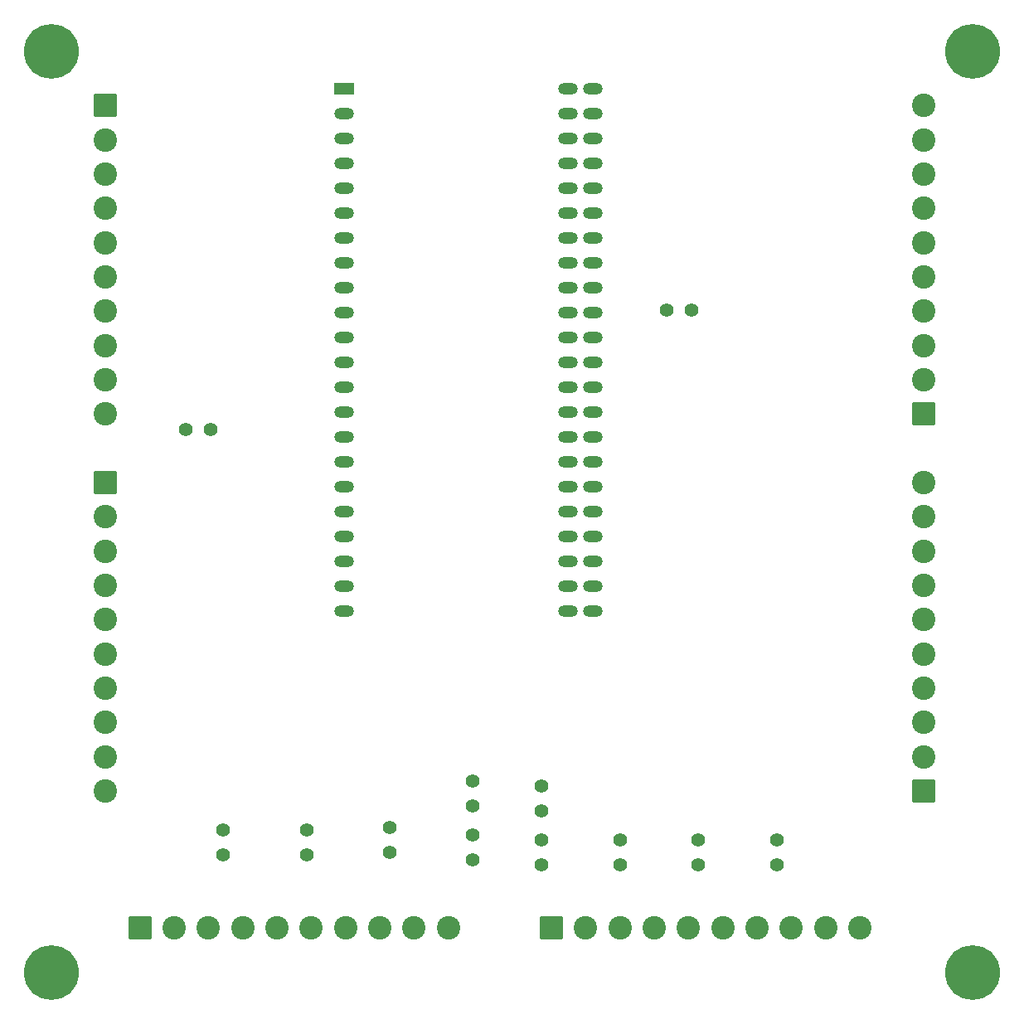
<source format=gbr>
%TF.GenerationSoftware,KiCad,Pcbnew,9.0.3*%
%TF.CreationDate,2025-08-04T15:00:31+02:00*%
%TF.ProjectId,esp-motioncontroller,6573702d-6d6f-4746-996f-6e636f6e7472,1.0.0*%
%TF.SameCoordinates,Original*%
%TF.FileFunction,Soldermask,Bot*%
%TF.FilePolarity,Negative*%
%FSLAX46Y46*%
G04 Gerber Fmt 4.6, Leading zero omitted, Abs format (unit mm)*
G04 Created by KiCad (PCBNEW 9.0.3) date 2025-08-04 15:00:31*
%MOMM*%
%LPD*%
G01*
G04 APERTURE LIST*
G04 Aperture macros list*
%AMRoundRect*
0 Rectangle with rounded corners*
0 $1 Rounding radius*
0 $2 $3 $4 $5 $6 $7 $8 $9 X,Y pos of 4 corners*
0 Add a 4 corners polygon primitive as box body*
4,1,4,$2,$3,$4,$5,$6,$7,$8,$9,$2,$3,0*
0 Add four circle primitives for the rounded corners*
1,1,$1+$1,$2,$3*
1,1,$1+$1,$4,$5*
1,1,$1+$1,$6,$7*
1,1,$1+$1,$8,$9*
0 Add four rect primitives between the rounded corners*
20,1,$1+$1,$2,$3,$4,$5,0*
20,1,$1+$1,$4,$5,$6,$7,0*
20,1,$1+$1,$6,$7,$8,$9,0*
20,1,$1+$1,$8,$9,$2,$3,0*%
G04 Aperture macros list end*
%ADD10C,5.600000*%
%ADD11C,1.400000*%
%ADD12RoundRect,0.250001X-0.949999X0.949999X-0.949999X-0.949999X0.949999X-0.949999X0.949999X0.949999X0*%
%ADD13C,2.400000*%
%ADD14R,2.000000X1.200000*%
%ADD15O,2.000000X1.200000*%
%ADD16RoundRect,0.250001X0.949999X-0.949999X0.949999X0.949999X-0.949999X0.949999X-0.949999X-0.949999X0*%
%ADD17RoundRect,0.250001X-0.949999X-0.949999X0.949999X-0.949999X0.949999X0.949999X-0.949999X0.949999X0*%
%ADD18C,0.350000*%
G04 APERTURE END LIST*
D10*
%TO.C,H3*%
X148000000Y-141000000D03*
%TD*%
D11*
%TO.C,JP7*%
X112000000Y-127460000D03*
X112000000Y-130000000D03*
%TD*%
D12*
%TO.C,J4*%
X59500000Y-91000000D03*
D13*
X59500000Y-94500000D03*
X59500000Y-98000000D03*
X59500000Y-101500000D03*
X59500000Y-105000000D03*
X59500000Y-108500000D03*
X59500000Y-112000000D03*
X59500000Y-115500000D03*
X59500000Y-119000000D03*
X59500000Y-122500000D03*
%TD*%
D11*
%TO.C,JP12*%
X119340000Y-73400000D03*
X116800000Y-73400000D03*
%TD*%
%TO.C,JP8*%
X97000000Y-126950000D03*
X97000000Y-129490000D03*
%TD*%
D14*
%TO.C,U1*%
X83820000Y-50800000D03*
D15*
X83820000Y-53340000D03*
X83820000Y-55880000D03*
X83820000Y-58420000D03*
X83820000Y-60960000D03*
X83820000Y-63500000D03*
X83820000Y-66040000D03*
X83820000Y-68580000D03*
X83820000Y-71120000D03*
X83820000Y-73660000D03*
X83820000Y-76200000D03*
X83820000Y-78740000D03*
X83820000Y-81280000D03*
X83820000Y-83820000D03*
X83820000Y-86360000D03*
X83820000Y-88900000D03*
X83820000Y-91440000D03*
X83820000Y-93980000D03*
X83820000Y-96520000D03*
X83816320Y-99057280D03*
X83816320Y-101597280D03*
X83816320Y-104137280D03*
X106680000Y-104140000D03*
X109220000Y-104140000D03*
X106680000Y-101600000D03*
X109220000Y-101600000D03*
X106680000Y-99060000D03*
X109220000Y-99060000D03*
X106680000Y-96520000D03*
X109220000Y-96520000D03*
X106680000Y-93980000D03*
X109220000Y-93980000D03*
X106680000Y-91440000D03*
X109220000Y-91440000D03*
X106680000Y-88900000D03*
X109220000Y-88900000D03*
X106680000Y-86360000D03*
X109220000Y-86360000D03*
X106680000Y-83820000D03*
X109220000Y-83820000D03*
X106680000Y-81280000D03*
X109220000Y-81280000D03*
X106680000Y-78740000D03*
X109220000Y-78740000D03*
X106680000Y-76200000D03*
X109220000Y-76200000D03*
X106680000Y-73660000D03*
X109220000Y-73660000D03*
X106680000Y-71120000D03*
X109220000Y-71120000D03*
X106680000Y-68580000D03*
X109220000Y-68580000D03*
X106680000Y-66040000D03*
X109220000Y-66040000D03*
X106680000Y-63500000D03*
X109220000Y-63500000D03*
X106680000Y-60960000D03*
X109220000Y-60960000D03*
X106680000Y-58420000D03*
X109220000Y-58420000D03*
X106680000Y-55880000D03*
X109220000Y-55880000D03*
X106680000Y-53340000D03*
X109220000Y-53340000D03*
X106680000Y-50800000D03*
X109220000Y-50800000D03*
%TD*%
D12*
%TO.C,J6*%
X59500000Y-52500000D03*
D13*
X59500000Y-56000000D03*
X59500000Y-59500000D03*
X59500000Y-63000000D03*
X59500000Y-66500000D03*
X59500000Y-70000000D03*
X59500000Y-73500000D03*
X59500000Y-77000000D03*
X59500000Y-80500000D03*
X59500000Y-84000000D03*
%TD*%
D11*
%TO.C,JP5*%
X88500000Y-126250000D03*
X88500000Y-128790000D03*
%TD*%
D10*
%TO.C,H4*%
X54000000Y-141000000D03*
%TD*%
%TO.C,H1*%
X54000000Y-47000000D03*
%TD*%
D11*
%TO.C,JP11*%
X70200000Y-85600000D03*
X67660000Y-85600000D03*
%TD*%
D16*
%TO.C,J8*%
X143000000Y-122500000D03*
D13*
X143000000Y-119000000D03*
X143000000Y-115500000D03*
X143000000Y-112000000D03*
X143000000Y-108500000D03*
X143000000Y-105000000D03*
X143000000Y-101500000D03*
X143000000Y-98000000D03*
X143000000Y-94500000D03*
X143000000Y-91000000D03*
%TD*%
D11*
%TO.C,JP2*%
X104000000Y-122000000D03*
X104000000Y-124540000D03*
%TD*%
%TO.C,JP9*%
X120000000Y-127460000D03*
X120000000Y-130000000D03*
%TD*%
%TO.C,JP10*%
X128000000Y-127460000D03*
X128000000Y-130000000D03*
%TD*%
D10*
%TO.C,H2*%
X148000000Y-47000000D03*
%TD*%
D11*
%TO.C,JP1*%
X97000000Y-121460000D03*
X97000000Y-124000000D03*
%TD*%
D17*
%TO.C,J3*%
X63000000Y-136500000D03*
D13*
X66500000Y-136500000D03*
X70000000Y-136500000D03*
X73500000Y-136500000D03*
X77000000Y-136500000D03*
X80500000Y-136500000D03*
X84000000Y-136500000D03*
X87500000Y-136500000D03*
X91000000Y-136500000D03*
X94500000Y-136500000D03*
%TD*%
D11*
%TO.C,JP4*%
X71500000Y-126500000D03*
X71500000Y-129040000D03*
%TD*%
D17*
%TO.C,J2*%
X105000000Y-136500000D03*
D13*
X108500000Y-136500000D03*
X112000000Y-136500000D03*
X115500000Y-136500000D03*
X119000000Y-136500000D03*
X122500000Y-136500000D03*
X126000000Y-136500000D03*
X129500000Y-136500000D03*
X133000000Y-136500000D03*
X136500000Y-136500000D03*
%TD*%
D16*
%TO.C,J9*%
X143000000Y-84000000D03*
D13*
X143000000Y-80500000D03*
X143000000Y-77000000D03*
X143000000Y-73500000D03*
X143000000Y-70000000D03*
X143000000Y-66500000D03*
X143000000Y-63000000D03*
X143000000Y-59500000D03*
X143000000Y-56000000D03*
X143000000Y-52500000D03*
%TD*%
D11*
%TO.C,JP3*%
X80000000Y-126460000D03*
X80000000Y-129000000D03*
%TD*%
%TO.C,JP6*%
X104000000Y-127460000D03*
X104000000Y-130000000D03*
%TD*%
D18*
X148000000Y-141000000D03*
X112000000Y-127460000D03*
X112000000Y-130000000D03*
X59500000Y-91000000D03*
X59500000Y-94500000D03*
X59500000Y-98000000D03*
X59500000Y-101500000D03*
X59500000Y-105000000D03*
X59500000Y-108500000D03*
X59500000Y-112000000D03*
X59500000Y-115500000D03*
X59500000Y-119000000D03*
X59500000Y-122500000D03*
X119340000Y-73400000D03*
X116800000Y-73400000D03*
X97000000Y-126950000D03*
X97000000Y-129490000D03*
X83820000Y-50800000D03*
X83820000Y-53340000D03*
X83820000Y-55880000D03*
X83820000Y-58420000D03*
X83820000Y-60960000D03*
X83820000Y-63500000D03*
X83820000Y-66040000D03*
X83820000Y-68580000D03*
X83820000Y-71120000D03*
X83820000Y-73660000D03*
X83820000Y-76200000D03*
X83820000Y-78740000D03*
X83820000Y-81280000D03*
X83820000Y-83820000D03*
X83820000Y-86360000D03*
X83820000Y-88900000D03*
X83820000Y-91440000D03*
X83820000Y-93980000D03*
X83820000Y-96520000D03*
X83816320Y-99057280D03*
X83816320Y-101597280D03*
X83816320Y-104137280D03*
X106680000Y-104140000D03*
X109220000Y-104140000D03*
X106680000Y-101600000D03*
X109220000Y-101600000D03*
X106680000Y-99060000D03*
X109220000Y-99060000D03*
X106680000Y-96520000D03*
X109220000Y-96520000D03*
X106680000Y-93980000D03*
X109220000Y-93980000D03*
X106680000Y-91440000D03*
X109220000Y-91440000D03*
X106680000Y-88900000D03*
X109220000Y-88900000D03*
X106680000Y-86360000D03*
X109220000Y-86360000D03*
X106680000Y-83820000D03*
X109220000Y-83820000D03*
X106680000Y-81280000D03*
X109220000Y-81280000D03*
X106680000Y-78740000D03*
X109220000Y-78740000D03*
X106680000Y-76200000D03*
X109220000Y-76200000D03*
X106680000Y-73660000D03*
X109220000Y-73660000D03*
X106680000Y-71120000D03*
X109220000Y-71120000D03*
X106680000Y-68580000D03*
X109220000Y-68580000D03*
X106680000Y-66040000D03*
X109220000Y-66040000D03*
X106680000Y-63500000D03*
X109220000Y-63500000D03*
X106680000Y-60960000D03*
X109220000Y-60960000D03*
X106680000Y-58420000D03*
X109220000Y-58420000D03*
X106680000Y-55880000D03*
X109220000Y-55880000D03*
X106680000Y-53340000D03*
X109220000Y-53340000D03*
X106680000Y-50800000D03*
X109220000Y-50800000D03*
X59500000Y-52500000D03*
X59500000Y-56000000D03*
X59500000Y-59500000D03*
X59500000Y-63000000D03*
X59500000Y-66500000D03*
X59500000Y-70000000D03*
X59500000Y-73500000D03*
X59500000Y-77000000D03*
X59500000Y-80500000D03*
X59500000Y-84000000D03*
X88500000Y-126250000D03*
X88500000Y-128790000D03*
X54000000Y-141000000D03*
X54000000Y-47000000D03*
X70200000Y-85600000D03*
X67660000Y-85600000D03*
X143000000Y-122500000D03*
X143000000Y-119000000D03*
X143000000Y-115500000D03*
X143000000Y-112000000D03*
X143000000Y-108500000D03*
X143000000Y-105000000D03*
X143000000Y-101500000D03*
X143000000Y-98000000D03*
X143000000Y-94500000D03*
X143000000Y-91000000D03*
X104000000Y-122000000D03*
X104000000Y-124540000D03*
X120000000Y-127460000D03*
X120000000Y-130000000D03*
X128000000Y-127460000D03*
X128000000Y-130000000D03*
X148000000Y-47000000D03*
X97000000Y-121460000D03*
X97000000Y-124000000D03*
X63000000Y-136500000D03*
X66500000Y-136500000D03*
X70000000Y-136500000D03*
X73500000Y-136500000D03*
X77000000Y-136500000D03*
X80500000Y-136500000D03*
X84000000Y-136500000D03*
X87500000Y-136500000D03*
X91000000Y-136500000D03*
X94500000Y-136500000D03*
X71500000Y-126500000D03*
X71500000Y-129040000D03*
X105000000Y-136500000D03*
X108500000Y-136500000D03*
X112000000Y-136500000D03*
X115500000Y-136500000D03*
X119000000Y-136500000D03*
X122500000Y-136500000D03*
X126000000Y-136500000D03*
X129500000Y-136500000D03*
X133000000Y-136500000D03*
X136500000Y-136500000D03*
X143000000Y-84000000D03*
X143000000Y-80500000D03*
X143000000Y-77000000D03*
X143000000Y-73500000D03*
X143000000Y-70000000D03*
X143000000Y-66500000D03*
X143000000Y-63000000D03*
X143000000Y-59500000D03*
X143000000Y-56000000D03*
X143000000Y-52500000D03*
X80000000Y-126460000D03*
X80000000Y-129000000D03*
X104000000Y-127460000D03*
X104000000Y-130000000D03*
M02*

</source>
